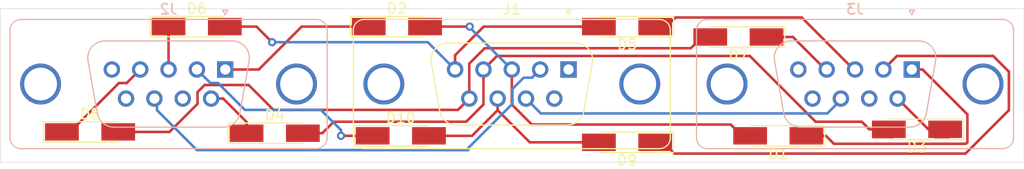
<source format=kicad_pcb>
(kicad_pcb (version 20171130) (host pcbnew "(5.1.2)-2")

  (general
    (thickness 1.6)
    (drawings 4)
    (tracks 117)
    (zones 0)
    (modules 13)
    (nets 29)
  )

  (page A4)
  (layers
    (0 F.Cu signal)
    (31 B.Cu signal)
    (32 B.Adhes user)
    (33 F.Adhes user)
    (34 B.Paste user)
    (35 F.Paste user)
    (36 B.SilkS user)
    (37 F.SilkS user)
    (38 B.Mask user)
    (39 F.Mask user)
    (40 Dwgs.User user)
    (41 Cmts.User user)
    (42 Eco1.User user)
    (43 Eco2.User user)
    (44 Edge.Cuts user)
    (45 Margin user)
    (46 B.CrtYd user)
    (47 F.CrtYd user)
    (48 B.Fab user)
    (49 F.Fab user)
  )

  (setup
    (last_trace_width 0.25)
    (trace_clearance 0.4)
    (zone_clearance 0.508)
    (zone_45_only no)
    (trace_min 0.2)
    (via_size 0.8)
    (via_drill 0.4)
    (via_min_size 0.4)
    (via_min_drill 0.3)
    (uvia_size 0.3)
    (uvia_drill 0.1)
    (uvias_allowed no)
    (uvia_min_size 0.2)
    (uvia_min_drill 0.1)
    (edge_width 0.05)
    (segment_width 0.2)
    (pcb_text_width 0.3)
    (pcb_text_size 1.5 1.5)
    (mod_edge_width 0.12)
    (mod_text_size 1 1)
    (mod_text_width 0.15)
    (pad_size 4 4)
    (pad_drill 3.2)
    (pad_to_mask_clearance 0.051)
    (solder_mask_min_width 0.25)
    (aux_axis_origin 0 0)
    (grid_origin 80 85)
    (visible_elements FFFFFF7F)
    (pcbplotparams
      (layerselection 0x010f0_ffffffff)
      (usegerberextensions true)
      (usegerberattributes false)
      (usegerberadvancedattributes false)
      (creategerberjobfile false)
      (excludeedgelayer true)
      (linewidth 0.100000)
      (plotframeref false)
      (viasonmask false)
      (mode 1)
      (useauxorigin true)
      (hpglpennumber 1)
      (hpglpenspeed 20)
      (hpglpendiameter 15.000000)
      (psnegative false)
      (psa4output false)
      (plotreference false)
      (plotvalue false)
      (plotinvisibletext false)
      (padsonsilk false)
      (subtractmaskfromsilk false)
      (outputformat 1)
      (mirror false)
      (drillshape 0)
      (scaleselection 1)
      (outputdirectory "gerbers"))
  )

  (net 0 "")
  (net 1 "Net-(J1-Pad1)")
  (net 2 "Net-(J1-Pad2)")
  (net 3 "Net-(J1-Pad6)")
  (net 4 "Net-(J1-Pad7)")
  (net 5 "Net-(J1-Pad0)")
  (net 6 "Net-(J2-Pad0)")
  (net 7 "Net-(J2-Pad9)")
  (net 8 "Net-(J2-Pad7)")
  (net 9 "Net-(J2-Pad5)")
  (net 10 "Net-(J3-Pad5)")
  (net 11 "Net-(J3-Pad7)")
  (net 12 "Net-(J3-Pad9)")
  (net 13 "Net-(J3-Pad0)")
  (net 14 "Net-(D1-Pad2)")
  (net 15 "Net-(D1-Pad1)")
  (net 16 "Net-(D2-Pad1)")
  (net 17 "Net-(D3-Pad1)")
  (net 18 "Net-(D3-Pad2)")
  (net 19 "Net-(D4-Pad1)")
  (net 20 "Net-(D5-Pad2)")
  (net 21 "Net-(D5-Pad1)")
  (net 22 "Net-(D6-Pad1)")
  (net 23 "Net-(D7-Pad1)")
  (net 24 "Net-(D7-Pad2)")
  (net 25 "Net-(D8-Pad1)")
  (net 26 "Net-(D10-Pad2)")
  (net 27 "Net-(D9-Pad1)")
  (net 28 "Net-(D10-Pad1)")

  (net_class Default "This is the default net class."
    (clearance 0.4)
    (trace_width 0.25)
    (via_dia 0.8)
    (via_drill 0.4)
    (uvia_dia 0.3)
    (uvia_drill 0.1)
    (add_net "Net-(D1-Pad1)")
    (add_net "Net-(D1-Pad2)")
    (add_net "Net-(D10-Pad1)")
    (add_net "Net-(D10-Pad2)")
    (add_net "Net-(D2-Pad1)")
    (add_net "Net-(D3-Pad1)")
    (add_net "Net-(D3-Pad2)")
    (add_net "Net-(D4-Pad1)")
    (add_net "Net-(D5-Pad1)")
    (add_net "Net-(D5-Pad2)")
    (add_net "Net-(D6-Pad1)")
    (add_net "Net-(D7-Pad1)")
    (add_net "Net-(D7-Pad2)")
    (add_net "Net-(D8-Pad1)")
    (add_net "Net-(D9-Pad1)")
    (add_net "Net-(J1-Pad0)")
    (add_net "Net-(J1-Pad1)")
    (add_net "Net-(J1-Pad2)")
    (add_net "Net-(J1-Pad6)")
    (add_net "Net-(J1-Pad7)")
    (add_net "Net-(J2-Pad0)")
    (add_net "Net-(J2-Pad5)")
    (add_net "Net-(J2-Pad7)")
    (add_net "Net-(J2-Pad9)")
    (add_net "Net-(J3-Pad0)")
    (add_net "Net-(J3-Pad5)")
    (add_net "Net-(J3-Pad7)")
    (add_net "Net-(J3-Pad9)")
  )

  (module Connector_Dsub:DSUB-9_Female_Vertical_P2.77x2.84mm_MountingHoles (layer F.Cu) (tedit 5DDE1581) (tstamp 5DDCB132)
    (at 135.509 75.946)
    (descr "9-pin D-Sub connector, straight/vertical, THT-mount, female, pitch 2.77x2.84mm, distance of mounting holes 25mm, see https://disti-assets.s3.amazonaws.com/tonar/files/datasheets/16730.pdf")
    (tags "9-pin D-Sub connector straight vertical THT female pitch 2.77x2.84mm mounting holes distance 25mm")
    (path /5DDCAAA4)
    (fp_text reference J1 (at -5.54 -5.89) (layer F.SilkS)
      (effects (font (size 1 1) (thickness 0.15)))
    )
    (fp_text value DB9_Female_MountingHoles (at -5.54 8.73) (layer F.Fab)
      (effects (font (size 1 1) (thickness 0.15)))
    )
    (fp_arc (start -19.965 -3.83) (end -20.965 -3.83) (angle 90) (layer F.Fab) (width 0.1))
    (fp_arc (start 8.885 -3.83) (end 8.885 -4.83) (angle 90) (layer F.Fab) (width 0.1))
    (fp_arc (start -19.965 6.67) (end -20.965 6.67) (angle -90) (layer F.Fab) (width 0.1))
    (fp_arc (start 8.885 6.67) (end 9.885 6.67) (angle 90) (layer F.Fab) (width 0.1))
    (fp_arc (start -19.965 -3.83) (end -21.025 -3.83) (angle 90) (layer F.SilkS) (width 0.12))
    (fp_arc (start 8.885 -3.83) (end 8.885 -4.89) (angle 90) (layer F.SilkS) (width 0.12))
    (fp_arc (start -19.965 6.67) (end -21.025 6.67) (angle -90) (layer F.SilkS) (width 0.12))
    (fp_arc (start 8.885 6.67) (end 9.945 6.67) (angle 90) (layer F.SilkS) (width 0.12))
    (fp_arc (start -11.783194 -0.93) (end -11.783194 -2.53) (angle -100) (layer F.Fab) (width 0.1))
    (fp_arc (start 0.703194 -0.93) (end 0.703194 -2.53) (angle 100) (layer F.Fab) (width 0.1))
    (fp_arc (start -10.954457 3.77) (end -10.954457 5.37) (angle 80) (layer F.Fab) (width 0.1))
    (fp_arc (start -0.125543 3.77) (end -0.125543 5.37) (angle -80) (layer F.Fab) (width 0.1))
    (fp_arc (start -11.771689 -0.93) (end -11.771689 -2.59) (angle -100) (layer F.SilkS) (width 0.12))
    (fp_arc (start 0.691689 -0.93) (end 0.691689 -2.59) (angle 100) (layer F.SilkS) (width 0.12))
    (fp_arc (start -10.942952 3.77) (end -10.942952 5.43) (angle 80) (layer F.SilkS) (width 0.12))
    (fp_arc (start -0.137048 3.77) (end -0.137048 5.43) (angle -80) (layer F.SilkS) (width 0.12))
    (fp_line (start -19.965 -4.83) (end 8.885 -4.83) (layer F.Fab) (width 0.1))
    (fp_line (start 9.885 -3.83) (end 9.885 6.67) (layer F.Fab) (width 0.1))
    (fp_line (start 8.885 7.67) (end -19.965 7.67) (layer F.Fab) (width 0.1))
    (fp_line (start -20.965 6.67) (end -20.965 -3.83) (layer F.Fab) (width 0.1))
    (fp_line (start -19.965 -4.89) (end 8.885 -4.89) (layer F.SilkS) (width 0.12))
    (fp_line (start 9.945 -3.83) (end 9.945 6.67) (layer F.SilkS) (width 0.12))
    (fp_line (start 8.885 7.73) (end -19.965 7.73) (layer F.SilkS) (width 0.12))
    (fp_line (start -21.025 6.67) (end -21.025 -3.83) (layer F.SilkS) (width 0.12))
    (fp_line (start -0.25 -5.784338) (end 0.25 -5.784338) (layer F.SilkS) (width 0.12))
    (fp_line (start 0.25 -5.784338) (end 0 -5.351325) (layer F.SilkS) (width 0.12))
    (fp_line (start 0 -5.351325) (end -0.25 -5.784338) (layer F.SilkS) (width 0.12))
    (fp_line (start -11.783194 -2.53) (end 0.703194 -2.53) (layer F.Fab) (width 0.1))
    (fp_line (start -10.954457 5.37) (end -0.125543 5.37) (layer F.Fab) (width 0.1))
    (fp_line (start 2.278887 -0.652163) (end 1.45015 4.047837) (layer F.Fab) (width 0.1))
    (fp_line (start -13.358887 -0.652163) (end -12.53015 4.047837) (layer F.Fab) (width 0.1))
    (fp_line (start -11.771689 -2.59) (end 0.691689 -2.59) (layer F.SilkS) (width 0.12))
    (fp_line (start -10.942952 5.43) (end -0.137048 5.43) (layer F.SilkS) (width 0.12))
    (fp_line (start 2.32647 -0.641744) (end 1.497733 4.058256) (layer F.SilkS) (width 0.12))
    (fp_line (start -13.40647 -0.641744) (end -12.577733 4.058256) (layer F.SilkS) (width 0.12))
    (fp_line (start -21.5 -5.35) (end -21.5 8.2) (layer F.CrtYd) (width 0.05))
    (fp_line (start -21.5 8.2) (end 10.4 8.2) (layer F.CrtYd) (width 0.05))
    (fp_line (start 10.4 8.2) (end 10.4 -5.35) (layer F.CrtYd) (width 0.05))
    (fp_line (start 10.4 -5.35) (end -21.5 -5.35) (layer F.CrtYd) (width 0.05))
    (fp_text user %R (at -5.54 1.42) (layer F.Fab)
      (effects (font (size 1 1) (thickness 0.15)))
    )
    (pad 1 thru_hole rect (at 0 0) (size 1.6 1.6) (drill 1) (layers *.Cu *.Mask)
      (net 1 "Net-(J1-Pad1)"))
    (pad 2 thru_hole circle (at -2.77 0) (size 1.6 1.6) (drill 1) (layers *.Cu *.Mask)
      (net 2 "Net-(J1-Pad2)"))
    (pad 3 thru_hole circle (at -5.54 0) (size 1.6 1.6) (drill 1) (layers *.Cu *.Mask)
      (net 14 "Net-(D1-Pad2)"))
    (pad 4 thru_hole circle (at -8.31 0) (size 1.6 1.6) (drill 1) (layers *.Cu *.Mask)
      (net 18 "Net-(D3-Pad2)"))
    (pad 5 thru_hole circle (at -11.08 0) (size 1.6 1.6) (drill 1) (layers *.Cu *.Mask)
      (net 20 "Net-(D5-Pad2)"))
    (pad 6 thru_hole circle (at -1.385 2.84) (size 1.6 1.6) (drill 1) (layers *.Cu *.Mask)
      (net 3 "Net-(J1-Pad6)"))
    (pad 7 thru_hole circle (at -4.155 2.84) (size 1.6 1.6) (drill 1) (layers *.Cu *.Mask)
      (net 4 "Net-(J1-Pad7)"))
    (pad 8 thru_hole circle (at -6.925 2.84) (size 1.6 1.6) (drill 1) (layers *.Cu *.Mask)
      (net 26 "Net-(D10-Pad2)"))
    (pad 9 thru_hole circle (at -9.695 2.84) (size 1.6 1.6) (drill 1) (layers *.Cu *.Mask)
      (net 24 "Net-(D7-Pad2)"))
    (pad 0 thru_hole circle (at -18.04 1.42) (size 4 4) (drill 3.2) (layers *.Cu *.Mask)
      (net 5 "Net-(J1-Pad0)"))
    (pad 0 thru_hole circle (at 6.96 1.42) (size 4 4) (drill 3.2) (layers *.Cu *.Mask)
      (net 5 "Net-(J1-Pad0)"))
    (model ${KISYS3DMOD}/Connector_Dsub.3dshapes/DSUB-9_Female_Vertical_P2.77x2.84mm_MountingHoles.wrl
      (at (xyz 0 0 0))
      (scale (xyz 1 1 1))
      (rotate (xyz 0 0 0))
    )
  )

  (module Connector_Dsub:DSUB-9_Male_Vertical_P2.77x2.84mm_MountingHoles (layer B.Cu) (tedit 59FEDEE2) (tstamp 5DDCB169)
    (at 101.981 75.946 180)
    (descr "9-pin D-Sub connector, straight/vertical, THT-mount, male, pitch 2.77x2.84mm, distance of mounting holes 25mm, see https://disti-assets.s3.amazonaws.com/tonar/files/datasheets/16730.pdf")
    (tags "9-pin D-Sub connector straight vertical THT male pitch 2.77x2.84mm mounting holes distance 25mm")
    (path /5DDD5730)
    (fp_text reference J2 (at 5.54 5.89) (layer B.SilkS)
      (effects (font (size 1 1) (thickness 0.15)) (justify mirror))
    )
    (fp_text value DB9_Male_MountingHoles (at 5.54 -8.73) (layer B.Fab)
      (effects (font (size 1 1) (thickness 0.15)) (justify mirror))
    )
    (fp_text user %R (at 5.54 -1.42) (layer B.Fab)
      (effects (font (size 1 1) (thickness 0.15)) (justify mirror))
    )
    (fp_line (start 21.5 5.35) (end -10.4 5.35) (layer B.CrtYd) (width 0.05))
    (fp_line (start 21.5 -8.2) (end 21.5 5.35) (layer B.CrtYd) (width 0.05))
    (fp_line (start -10.4 -8.2) (end 21.5 -8.2) (layer B.CrtYd) (width 0.05))
    (fp_line (start -10.4 5.35) (end -10.4 -8.2) (layer B.CrtYd) (width 0.05))
    (fp_line (start -2.32647 0.841744) (end -1.427202 -4.258256) (layer B.SilkS) (width 0.12))
    (fp_line (start 13.40647 0.841744) (end 12.507202 -4.258256) (layer B.SilkS) (width 0.12))
    (fp_line (start 0.207579 -5.63) (end 10.872421 -5.63) (layer B.SilkS) (width 0.12))
    (fp_line (start -0.691689 2.79) (end 11.771689 2.79) (layer B.SilkS) (width 0.12))
    (fp_line (start -2.278887 0.852163) (end -1.379619 -4.247837) (layer B.Fab) (width 0.1))
    (fp_line (start 13.358887 0.852163) (end 12.459619 -4.247837) (layer B.Fab) (width 0.1))
    (fp_line (start 0.196073 -5.57) (end 10.883927 -5.57) (layer B.Fab) (width 0.1))
    (fp_line (start -0.703194 2.73) (end 11.783194 2.73) (layer B.Fab) (width 0.1))
    (fp_line (start 0 5.351325) (end -0.25 5.784338) (layer B.SilkS) (width 0.12))
    (fp_line (start 0.25 5.784338) (end 0 5.351325) (layer B.SilkS) (width 0.12))
    (fp_line (start -0.25 5.784338) (end 0.25 5.784338) (layer B.SilkS) (width 0.12))
    (fp_line (start -9.945 -6.67) (end -9.945 3.83) (layer B.SilkS) (width 0.12))
    (fp_line (start 19.965 -7.73) (end -8.885 -7.73) (layer B.SilkS) (width 0.12))
    (fp_line (start 21.025 3.83) (end 21.025 -6.67) (layer B.SilkS) (width 0.12))
    (fp_line (start -8.885 4.89) (end 19.965 4.89) (layer B.SilkS) (width 0.12))
    (fp_line (start -9.885 -6.67) (end -9.885 3.83) (layer B.Fab) (width 0.1))
    (fp_line (start 19.965 -7.67) (end -8.885 -7.67) (layer B.Fab) (width 0.1))
    (fp_line (start 20.965 3.83) (end 20.965 -6.67) (layer B.Fab) (width 0.1))
    (fp_line (start -8.885 4.83) (end 19.965 4.83) (layer B.Fab) (width 0.1))
    (fp_arc (start 10.872421 -3.97) (end 10.872421 -5.63) (angle 80) (layer B.SilkS) (width 0.12))
    (fp_arc (start 0.207579 -3.97) (end 0.207579 -5.63) (angle -80) (layer B.SilkS) (width 0.12))
    (fp_arc (start 11.771689 1.13) (end 11.771689 2.79) (angle -100) (layer B.SilkS) (width 0.12))
    (fp_arc (start -0.691689 1.13) (end -0.691689 2.79) (angle 100) (layer B.SilkS) (width 0.12))
    (fp_arc (start 10.883927 -3.97) (end 10.883927 -5.57) (angle 80) (layer B.Fab) (width 0.1))
    (fp_arc (start 0.196073 -3.97) (end 0.196073 -5.57) (angle -80) (layer B.Fab) (width 0.1))
    (fp_arc (start 11.783194 1.13) (end 11.783194 2.73) (angle -100) (layer B.Fab) (width 0.1))
    (fp_arc (start -0.703194 1.13) (end -0.703194 2.73) (angle 100) (layer B.Fab) (width 0.1))
    (fp_arc (start 19.965 -6.67) (end 21.025 -6.67) (angle -90) (layer B.SilkS) (width 0.12))
    (fp_arc (start -8.885 -6.67) (end -9.945 -6.67) (angle 90) (layer B.SilkS) (width 0.12))
    (fp_arc (start 19.965 3.83) (end 19.965 4.89) (angle -90) (layer B.SilkS) (width 0.12))
    (fp_arc (start -8.885 3.83) (end -9.945 3.83) (angle -90) (layer B.SilkS) (width 0.12))
    (fp_arc (start 19.965 -6.67) (end 20.965 -6.67) (angle -90) (layer B.Fab) (width 0.1))
    (fp_arc (start -8.885 -6.67) (end -9.885 -6.67) (angle 90) (layer B.Fab) (width 0.1))
    (fp_arc (start 19.965 3.83) (end 19.965 4.83) (angle -90) (layer B.Fab) (width 0.1))
    (fp_arc (start -8.885 3.83) (end -9.885 3.83) (angle -90) (layer B.Fab) (width 0.1))
    (pad 0 thru_hole circle (at 18.04 -1.42 180) (size 4 4) (drill 3.2) (layers *.Cu *.Mask)
      (net 6 "Net-(J2-Pad0)"))
    (pad 0 thru_hole circle (at -6.96 -1.42 180) (size 4 4) (drill 3.2) (layers *.Cu *.Mask)
      (net 6 "Net-(J2-Pad0)"))
    (pad 9 thru_hole circle (at 9.695 -2.84 180) (size 1.6 1.6) (drill 1) (layers *.Cu *.Mask)
      (net 7 "Net-(J2-Pad9)"))
    (pad 8 thru_hole circle (at 6.925 -2.84 180) (size 1.6 1.6) (drill 1) (layers *.Cu *.Mask)
      (net 2 "Net-(J1-Pad2)"))
    (pad 7 thru_hole circle (at 4.155 -2.84 180) (size 1.6 1.6) (drill 1) (layers *.Cu *.Mask)
      (net 8 "Net-(J2-Pad7)"))
    (pad 6 thru_hole circle (at 1.385 -2.84 180) (size 1.6 1.6) (drill 1) (layers *.Cu *.Mask)
      (net 19 "Net-(D4-Pad1)"))
    (pad 5 thru_hole circle (at 11.08 0 180) (size 1.6 1.6) (drill 1) (layers *.Cu *.Mask)
      (net 9 "Net-(J2-Pad5)"))
    (pad 4 thru_hole circle (at 8.31 0 180) (size 1.6 1.6) (drill 1) (layers *.Cu *.Mask)
      (net 25 "Net-(D8-Pad1)"))
    (pad 3 thru_hole circle (at 5.54 0 180) (size 1.6 1.6) (drill 1) (layers *.Cu *.Mask)
      (net 22 "Net-(D6-Pad1)"))
    (pad 2 thru_hole circle (at 2.77 0 180) (size 1.6 1.6) (drill 1) (layers *.Cu *.Mask)
      (net 28 "Net-(D10-Pad1)"))
    (pad 1 thru_hole rect (at 0 0 180) (size 1.6 1.6) (drill 1) (layers *.Cu *.Mask)
      (net 16 "Net-(D2-Pad1)"))
    (model ${KISYS3DMOD}/Connector_Dsub.3dshapes/DSUB-9_Male_Vertical_P2.77x2.84mm_MountingHoles.wrl
      (at (xyz 0 0 0))
      (scale (xyz 1 1 1))
      (rotate (xyz 0 0 0))
    )
  )

  (module Connector_Dsub:DSUB-9_Male_Vertical_P2.77x2.84mm_MountingHoles (layer B.Cu) (tedit 59FEDEE2) (tstamp 5DDF581B)
    (at 169.037 75.946 180)
    (descr "9-pin D-Sub connector, straight/vertical, THT-mount, male, pitch 2.77x2.84mm, distance of mounting holes 25mm, see https://disti-assets.s3.amazonaws.com/tonar/files/datasheets/16730.pdf")
    (tags "9-pin D-Sub connector straight vertical THT male pitch 2.77x2.84mm mounting holes distance 25mm")
    (path /5DDCEF10)
    (fp_text reference J3 (at 5.54 5.89) (layer B.SilkS)
      (effects (font (size 1 1) (thickness 0.15)) (justify mirror))
    )
    (fp_text value DB9_Male_MountingHoles (at 5.54 -8.73) (layer B.Fab)
      (effects (font (size 1 1) (thickness 0.15)) (justify mirror))
    )
    (fp_arc (start -8.885 3.83) (end -9.885 3.83) (angle -90) (layer B.Fab) (width 0.1))
    (fp_arc (start 19.965 3.83) (end 19.965 4.83) (angle -90) (layer B.Fab) (width 0.1))
    (fp_arc (start -8.885 -6.67) (end -9.885 -6.67) (angle 90) (layer B.Fab) (width 0.1))
    (fp_arc (start 19.965 -6.67) (end 20.965 -6.67) (angle -90) (layer B.Fab) (width 0.1))
    (fp_arc (start -8.885 3.83) (end -9.945 3.83) (angle -90) (layer B.SilkS) (width 0.12))
    (fp_arc (start 19.965 3.83) (end 19.965 4.89) (angle -90) (layer B.SilkS) (width 0.12))
    (fp_arc (start -8.885 -6.67) (end -9.945 -6.67) (angle 90) (layer B.SilkS) (width 0.12))
    (fp_arc (start 19.965 -6.67) (end 21.025 -6.67) (angle -90) (layer B.SilkS) (width 0.12))
    (fp_arc (start -0.703194 1.13) (end -0.703194 2.73) (angle 100) (layer B.Fab) (width 0.1))
    (fp_arc (start 11.783194 1.13) (end 11.783194 2.73) (angle -100) (layer B.Fab) (width 0.1))
    (fp_arc (start 0.196073 -3.97) (end 0.196073 -5.57) (angle -80) (layer B.Fab) (width 0.1))
    (fp_arc (start 10.883927 -3.97) (end 10.883927 -5.57) (angle 80) (layer B.Fab) (width 0.1))
    (fp_arc (start -0.691689 1.13) (end -0.691689 2.79) (angle 100) (layer B.SilkS) (width 0.12))
    (fp_arc (start 11.771689 1.13) (end 11.771689 2.79) (angle -100) (layer B.SilkS) (width 0.12))
    (fp_arc (start 0.207579 -3.97) (end 0.207579 -5.63) (angle -80) (layer B.SilkS) (width 0.12))
    (fp_arc (start 10.872421 -3.97) (end 10.872421 -5.63) (angle 80) (layer B.SilkS) (width 0.12))
    (fp_line (start -8.885 4.83) (end 19.965 4.83) (layer B.Fab) (width 0.1))
    (fp_line (start 20.965 3.83) (end 20.965 -6.67) (layer B.Fab) (width 0.1))
    (fp_line (start 19.965 -7.67) (end -8.885 -7.67) (layer B.Fab) (width 0.1))
    (fp_line (start -9.885 -6.67) (end -9.885 3.83) (layer B.Fab) (width 0.1))
    (fp_line (start -8.885 4.89) (end 19.965 4.89) (layer B.SilkS) (width 0.12))
    (fp_line (start 21.025 3.83) (end 21.025 -6.67) (layer B.SilkS) (width 0.12))
    (fp_line (start 19.965 -7.73) (end -8.885 -7.73) (layer B.SilkS) (width 0.12))
    (fp_line (start -9.945 -6.67) (end -9.945 3.83) (layer B.SilkS) (width 0.12))
    (fp_line (start -0.25 5.784338) (end 0.25 5.784338) (layer B.SilkS) (width 0.12))
    (fp_line (start 0.25 5.784338) (end 0 5.351325) (layer B.SilkS) (width 0.12))
    (fp_line (start 0 5.351325) (end -0.25 5.784338) (layer B.SilkS) (width 0.12))
    (fp_line (start -0.703194 2.73) (end 11.783194 2.73) (layer B.Fab) (width 0.1))
    (fp_line (start 0.196073 -5.57) (end 10.883927 -5.57) (layer B.Fab) (width 0.1))
    (fp_line (start 13.358887 0.852163) (end 12.459619 -4.247837) (layer B.Fab) (width 0.1))
    (fp_line (start -2.278887 0.852163) (end -1.379619 -4.247837) (layer B.Fab) (width 0.1))
    (fp_line (start -0.691689 2.79) (end 11.771689 2.79) (layer B.SilkS) (width 0.12))
    (fp_line (start 0.207579 -5.63) (end 10.872421 -5.63) (layer B.SilkS) (width 0.12))
    (fp_line (start 13.40647 0.841744) (end 12.507202 -4.258256) (layer B.SilkS) (width 0.12))
    (fp_line (start -2.32647 0.841744) (end -1.427202 -4.258256) (layer B.SilkS) (width 0.12))
    (fp_line (start -10.4 5.35) (end -10.4 -8.2) (layer B.CrtYd) (width 0.05))
    (fp_line (start -10.4 -8.2) (end 21.5 -8.2) (layer B.CrtYd) (width 0.05))
    (fp_line (start 21.5 -8.2) (end 21.5 5.35) (layer B.CrtYd) (width 0.05))
    (fp_line (start 21.5 5.35) (end -10.4 5.35) (layer B.CrtYd) (width 0.05))
    (fp_text user %R (at 5.54 -1.42) (layer B.Fab)
      (effects (font (size 1 1) (thickness 0.15)) (justify mirror))
    )
    (pad 1 thru_hole rect (at 0 0 180) (size 1.6 1.6) (drill 1) (layers *.Cu *.Mask)
      (net 15 "Net-(D1-Pad1)"))
    (pad 2 thru_hole circle (at 2.77 0 180) (size 1.6 1.6) (drill 1) (layers *.Cu *.Mask)
      (net 27 "Net-(D9-Pad1)"))
    (pad 3 thru_hole circle (at 5.54 0 180) (size 1.6 1.6) (drill 1) (layers *.Cu *.Mask)
      (net 21 "Net-(D5-Pad1)"))
    (pad 4 thru_hole circle (at 8.31 0 180) (size 1.6 1.6) (drill 1) (layers *.Cu *.Mask)
      (net 23 "Net-(D7-Pad1)"))
    (pad 5 thru_hole circle (at 11.08 0 180) (size 1.6 1.6) (drill 1) (layers *.Cu *.Mask)
      (net 10 "Net-(J3-Pad5)"))
    (pad 6 thru_hole circle (at 1.385 -2.84 180) (size 1.6 1.6) (drill 1) (layers *.Cu *.Mask)
      (net 17 "Net-(D3-Pad1)"))
    (pad 7 thru_hole circle (at 4.155 -2.84 180) (size 1.6 1.6) (drill 1) (layers *.Cu *.Mask)
      (net 11 "Net-(J3-Pad7)"))
    (pad 8 thru_hole circle (at 6.925 -2.84 180) (size 1.6 1.6) (drill 1) (layers *.Cu *.Mask)
      (net 4 "Net-(J1-Pad7)"))
    (pad 9 thru_hole circle (at 9.695 -2.84 180) (size 1.6 1.6) (drill 1) (layers *.Cu *.Mask)
      (net 12 "Net-(J3-Pad9)"))
    (pad 0 thru_hole circle (at -6.96 -1.42 180) (size 4 4) (drill 3.2) (layers *.Cu *.Mask)
      (net 13 "Net-(J3-Pad0)"))
    (pad 0 thru_hole circle (at 18.04 -1.42 180) (size 4 4) (drill 3.2) (layers *.Cu *.Mask)
      (net 13 "Net-(J3-Pad0)"))
    (model ${KISYS3DMOD}/Connector_Dsub.3dshapes/DSUB-9_Male_Vertical_P2.77x2.84mm_MountingHoles.wrl
      (at (xyz 0 0 0))
      (scale (xyz 1 1 1))
      (rotate (xyz 0 0 0))
    )
  )

  (module Diodes_SMD:D_MiniMELF_Handsoldering (layer F.Cu) (tedit 5905D919) (tstamp 5DDE1BEC)
    (at 156 82.423 180)
    (descr "Diode Mini-MELF Handsoldering")
    (tags "Diode Mini-MELF Handsoldering")
    (path /5DDE1CAA)
    (attr smd)
    (fp_text reference D1 (at 0 -1.75) (layer F.SilkS)
      (effects (font (size 1 1) (thickness 0.15)))
    )
    (fp_text value D_Small (at 0 1.75) (layer F.Fab)
      (effects (font (size 1 1) (thickness 0.15)))
    )
    (fp_line (start -4.65 1.1) (end -4.65 -1.1) (layer F.CrtYd) (width 0.05))
    (fp_line (start 4.65 1.1) (end -4.65 1.1) (layer F.CrtYd) (width 0.05))
    (fp_line (start 4.65 -1.1) (end 4.65 1.1) (layer F.CrtYd) (width 0.05))
    (fp_line (start -4.65 -1.1) (end 4.65 -1.1) (layer F.CrtYd) (width 0.05))
    (fp_line (start -0.75 0) (end -0.35 0) (layer F.Fab) (width 0.1))
    (fp_line (start -0.35 0) (end -0.35 -0.55) (layer F.Fab) (width 0.1))
    (fp_line (start -0.35 0) (end -0.35 0.55) (layer F.Fab) (width 0.1))
    (fp_line (start -0.35 0) (end 0.25 -0.4) (layer F.Fab) (width 0.1))
    (fp_line (start 0.25 -0.4) (end 0.25 0.4) (layer F.Fab) (width 0.1))
    (fp_line (start 0.25 0.4) (end -0.35 0) (layer F.Fab) (width 0.1))
    (fp_line (start 0.25 0) (end 0.75 0) (layer F.Fab) (width 0.1))
    (fp_line (start -1.65 -0.8) (end 1.65 -0.8) (layer F.Fab) (width 0.1))
    (fp_line (start -1.65 0.8) (end -1.65 -0.8) (layer F.Fab) (width 0.1))
    (fp_line (start 1.65 0.8) (end -1.65 0.8) (layer F.Fab) (width 0.1))
    (fp_line (start 1.65 -0.8) (end 1.65 0.8) (layer F.Fab) (width 0.1))
    (fp_line (start -4.55 1) (end 2.75 1) (layer F.SilkS) (width 0.12))
    (fp_line (start -4.55 -1) (end -4.55 1) (layer F.SilkS) (width 0.12))
    (fp_line (start 2.75 -1) (end -4.55 -1) (layer F.SilkS) (width 0.12))
    (fp_text user %R (at 0 -1.75) (layer F.Fab)
      (effects (font (size 1 1) (thickness 0.15)))
    )
    (pad 2 smd rect (at 2.75 0 180) (size 3.3 1.7) (layers F.Cu F.Paste F.Mask)
      (net 14 "Net-(D1-Pad2)"))
    (pad 1 smd rect (at -2.75 0 180) (size 3.3 1.7) (layers F.Cu F.Paste F.Mask)
      (net 15 "Net-(D1-Pad1)"))
    (model ${KISYS3DMOD}/Diodes_SMD.3dshapes/D_MiniMELF.wrl
      (at (xyz 0 0 0))
      (scale (xyz 1 1 1))
      (rotate (xyz 0 0 0))
    )
  )

  (module Diodes_SMD:D_MiniMELF_Handsoldering (layer F.Cu) (tedit 5905D919) (tstamp 5DDE0681)
    (at 118.745 71.755)
    (descr "Diode Mini-MELF Handsoldering")
    (tags "Diode Mini-MELF Handsoldering")
    (path /5DDE8BE0)
    (attr smd)
    (fp_text reference D2 (at 0 -1.75) (layer F.SilkS)
      (effects (font (size 1 1) (thickness 0.15)))
    )
    (fp_text value D_Small (at 0 1.75) (layer F.Fab)
      (effects (font (size 1 1) (thickness 0.15)))
    )
    (fp_text user %R (at 0 -1.75) (layer F.Fab)
      (effects (font (size 1 1) (thickness 0.15)))
    )
    (fp_line (start 2.75 -1) (end -4.55 -1) (layer F.SilkS) (width 0.12))
    (fp_line (start -4.55 -1) (end -4.55 1) (layer F.SilkS) (width 0.12))
    (fp_line (start -4.55 1) (end 2.75 1) (layer F.SilkS) (width 0.12))
    (fp_line (start 1.65 -0.8) (end 1.65 0.8) (layer F.Fab) (width 0.1))
    (fp_line (start 1.65 0.8) (end -1.65 0.8) (layer F.Fab) (width 0.1))
    (fp_line (start -1.65 0.8) (end -1.65 -0.8) (layer F.Fab) (width 0.1))
    (fp_line (start -1.65 -0.8) (end 1.65 -0.8) (layer F.Fab) (width 0.1))
    (fp_line (start 0.25 0) (end 0.75 0) (layer F.Fab) (width 0.1))
    (fp_line (start 0.25 0.4) (end -0.35 0) (layer F.Fab) (width 0.1))
    (fp_line (start 0.25 -0.4) (end 0.25 0.4) (layer F.Fab) (width 0.1))
    (fp_line (start -0.35 0) (end 0.25 -0.4) (layer F.Fab) (width 0.1))
    (fp_line (start -0.35 0) (end -0.35 0.55) (layer F.Fab) (width 0.1))
    (fp_line (start -0.35 0) (end -0.35 -0.55) (layer F.Fab) (width 0.1))
    (fp_line (start -0.75 0) (end -0.35 0) (layer F.Fab) (width 0.1))
    (fp_line (start -4.65 -1.1) (end 4.65 -1.1) (layer F.CrtYd) (width 0.05))
    (fp_line (start 4.65 -1.1) (end 4.65 1.1) (layer F.CrtYd) (width 0.05))
    (fp_line (start 4.65 1.1) (end -4.65 1.1) (layer F.CrtYd) (width 0.05))
    (fp_line (start -4.65 1.1) (end -4.65 -1.1) (layer F.CrtYd) (width 0.05))
    (pad 1 smd rect (at -2.75 0) (size 3.3 1.7) (layers F.Cu F.Paste F.Mask)
      (net 16 "Net-(D2-Pad1)"))
    (pad 2 smd rect (at 2.75 0) (size 3.3 1.7) (layers F.Cu F.Paste F.Mask)
      (net 14 "Net-(D1-Pad2)"))
    (model ${KISYS3DMOD}/Diodes_SMD.3dshapes/D_MiniMELF.wrl
      (at (xyz 0 0 0))
      (scale (xyz 1 1 1))
      (rotate (xyz 0 0 0))
    )
  )

  (module Diodes_SMD:D_MiniMELF_Handsoldering (layer F.Cu) (tedit 5905D919) (tstamp 5DDE1BA4)
    (at 169.545 81.788 180)
    (descr "Diode Mini-MELF Handsoldering")
    (tags "Diode Mini-MELF Handsoldering")
    (path /5DDE1067)
    (attr smd)
    (fp_text reference D3 (at 0 -1.75) (layer F.SilkS)
      (effects (font (size 1 1) (thickness 0.15)))
    )
    (fp_text value D_Small (at 0 1.75) (layer F.Fab)
      (effects (font (size 1 1) (thickness 0.15)))
    )
    (fp_text user %R (at 0 -1.75) (layer F.Fab)
      (effects (font (size 1 1) (thickness 0.15)))
    )
    (fp_line (start 2.75 -1) (end -4.55 -1) (layer F.SilkS) (width 0.12))
    (fp_line (start -4.55 -1) (end -4.55 1) (layer F.SilkS) (width 0.12))
    (fp_line (start -4.55 1) (end 2.75 1) (layer F.SilkS) (width 0.12))
    (fp_line (start 1.65 -0.8) (end 1.65 0.8) (layer F.Fab) (width 0.1))
    (fp_line (start 1.65 0.8) (end -1.65 0.8) (layer F.Fab) (width 0.1))
    (fp_line (start -1.65 0.8) (end -1.65 -0.8) (layer F.Fab) (width 0.1))
    (fp_line (start -1.65 -0.8) (end 1.65 -0.8) (layer F.Fab) (width 0.1))
    (fp_line (start 0.25 0) (end 0.75 0) (layer F.Fab) (width 0.1))
    (fp_line (start 0.25 0.4) (end -0.35 0) (layer F.Fab) (width 0.1))
    (fp_line (start 0.25 -0.4) (end 0.25 0.4) (layer F.Fab) (width 0.1))
    (fp_line (start -0.35 0) (end 0.25 -0.4) (layer F.Fab) (width 0.1))
    (fp_line (start -0.35 0) (end -0.35 0.55) (layer F.Fab) (width 0.1))
    (fp_line (start -0.35 0) (end -0.35 -0.55) (layer F.Fab) (width 0.1))
    (fp_line (start -0.75 0) (end -0.35 0) (layer F.Fab) (width 0.1))
    (fp_line (start -4.65 -1.1) (end 4.65 -1.1) (layer F.CrtYd) (width 0.05))
    (fp_line (start 4.65 -1.1) (end 4.65 1.1) (layer F.CrtYd) (width 0.05))
    (fp_line (start 4.65 1.1) (end -4.65 1.1) (layer F.CrtYd) (width 0.05))
    (fp_line (start -4.65 1.1) (end -4.65 -1.1) (layer F.CrtYd) (width 0.05))
    (pad 1 smd rect (at -2.75 0 180) (size 3.3 1.7) (layers F.Cu F.Paste F.Mask)
      (net 17 "Net-(D3-Pad1)"))
    (pad 2 smd rect (at 2.75 0 180) (size 3.3 1.7) (layers F.Cu F.Paste F.Mask)
      (net 18 "Net-(D3-Pad2)"))
    (model ${KISYS3DMOD}/Diodes_SMD.3dshapes/D_MiniMELF.wrl
      (at (xyz 0 0 0))
      (scale (xyz 1 1 1))
      (rotate (xyz 0 0 0))
    )
  )

  (module Diodes_SMD:D_MiniMELF_Handsoldering (layer F.Cu) (tedit 5905D919) (tstamp 5DDE0D5E)
    (at 106.807 82.169)
    (descr "Diode Mini-MELF Handsoldering")
    (tags "Diode Mini-MELF Handsoldering")
    (path /5DDEB11C)
    (attr smd)
    (fp_text reference D4 (at 0 -1.75) (layer F.SilkS)
      (effects (font (size 1 1) (thickness 0.15)))
    )
    (fp_text value D_Small (at 0 1.75) (layer F.Fab)
      (effects (font (size 1 1) (thickness 0.15)))
    )
    (fp_text user %R (at 0 -1.75) (layer F.Fab)
      (effects (font (size 1 1) (thickness 0.15)))
    )
    (fp_line (start 2.75 -1) (end -4.55 -1) (layer F.SilkS) (width 0.12))
    (fp_line (start -4.55 -1) (end -4.55 1) (layer F.SilkS) (width 0.12))
    (fp_line (start -4.55 1) (end 2.75 1) (layer F.SilkS) (width 0.12))
    (fp_line (start 1.65 -0.8) (end 1.65 0.8) (layer F.Fab) (width 0.1))
    (fp_line (start 1.65 0.8) (end -1.65 0.8) (layer F.Fab) (width 0.1))
    (fp_line (start -1.65 0.8) (end -1.65 -0.8) (layer F.Fab) (width 0.1))
    (fp_line (start -1.65 -0.8) (end 1.65 -0.8) (layer F.Fab) (width 0.1))
    (fp_line (start 0.25 0) (end 0.75 0) (layer F.Fab) (width 0.1))
    (fp_line (start 0.25 0.4) (end -0.35 0) (layer F.Fab) (width 0.1))
    (fp_line (start 0.25 -0.4) (end 0.25 0.4) (layer F.Fab) (width 0.1))
    (fp_line (start -0.35 0) (end 0.25 -0.4) (layer F.Fab) (width 0.1))
    (fp_line (start -0.35 0) (end -0.35 0.55) (layer F.Fab) (width 0.1))
    (fp_line (start -0.35 0) (end -0.35 -0.55) (layer F.Fab) (width 0.1))
    (fp_line (start -0.75 0) (end -0.35 0) (layer F.Fab) (width 0.1))
    (fp_line (start -4.65 -1.1) (end 4.65 -1.1) (layer F.CrtYd) (width 0.05))
    (fp_line (start 4.65 -1.1) (end 4.65 1.1) (layer F.CrtYd) (width 0.05))
    (fp_line (start 4.65 1.1) (end -4.65 1.1) (layer F.CrtYd) (width 0.05))
    (fp_line (start -4.65 1.1) (end -4.65 -1.1) (layer F.CrtYd) (width 0.05))
    (pad 1 smd rect (at -2.75 0) (size 3.3 1.7) (layers F.Cu F.Paste F.Mask)
      (net 19 "Net-(D4-Pad1)"))
    (pad 2 smd rect (at 2.75 0) (size 3.3 1.7) (layers F.Cu F.Paste F.Mask)
      (net 18 "Net-(D3-Pad2)"))
    (model ${KISYS3DMOD}/Diodes_SMD.3dshapes/D_MiniMELF.wrl
      (at (xyz 0 0 0))
      (scale (xyz 1 1 1))
      (rotate (xyz 0 0 0))
    )
  )

  (module Diodes_SMD:D_MiniMELF_Handsoldering (layer F.Cu) (tedit 5905D919) (tstamp 5DDE1C7C)
    (at 141.224 71.755 180)
    (descr "Diode Mini-MELF Handsoldering")
    (tags "Diode Mini-MELF Handsoldering")
    (path /5DDE0342)
    (attr smd)
    (fp_text reference D5 (at 0 -1.75) (layer F.SilkS)
      (effects (font (size 1 1) (thickness 0.15)))
    )
    (fp_text value D_Small (at 0 1.75) (layer F.Fab)
      (effects (font (size 1 1) (thickness 0.15)))
    )
    (fp_line (start -4.65 1.1) (end -4.65 -1.1) (layer F.CrtYd) (width 0.05))
    (fp_line (start 4.65 1.1) (end -4.65 1.1) (layer F.CrtYd) (width 0.05))
    (fp_line (start 4.65 -1.1) (end 4.65 1.1) (layer F.CrtYd) (width 0.05))
    (fp_line (start -4.65 -1.1) (end 4.65 -1.1) (layer F.CrtYd) (width 0.05))
    (fp_line (start -0.75 0) (end -0.35 0) (layer F.Fab) (width 0.1))
    (fp_line (start -0.35 0) (end -0.35 -0.55) (layer F.Fab) (width 0.1))
    (fp_line (start -0.35 0) (end -0.35 0.55) (layer F.Fab) (width 0.1))
    (fp_line (start -0.35 0) (end 0.25 -0.4) (layer F.Fab) (width 0.1))
    (fp_line (start 0.25 -0.4) (end 0.25 0.4) (layer F.Fab) (width 0.1))
    (fp_line (start 0.25 0.4) (end -0.35 0) (layer F.Fab) (width 0.1))
    (fp_line (start 0.25 0) (end 0.75 0) (layer F.Fab) (width 0.1))
    (fp_line (start -1.65 -0.8) (end 1.65 -0.8) (layer F.Fab) (width 0.1))
    (fp_line (start -1.65 0.8) (end -1.65 -0.8) (layer F.Fab) (width 0.1))
    (fp_line (start 1.65 0.8) (end -1.65 0.8) (layer F.Fab) (width 0.1))
    (fp_line (start 1.65 -0.8) (end 1.65 0.8) (layer F.Fab) (width 0.1))
    (fp_line (start -4.55 1) (end 2.75 1) (layer F.SilkS) (width 0.12))
    (fp_line (start -4.55 -1) (end -4.55 1) (layer F.SilkS) (width 0.12))
    (fp_line (start 2.75 -1) (end -4.55 -1) (layer F.SilkS) (width 0.12))
    (fp_text user %R (at 0 -1.75) (layer F.Fab)
      (effects (font (size 1 1) (thickness 0.15)))
    )
    (pad 2 smd rect (at 2.75 0 180) (size 3.3 1.7) (layers F.Cu F.Paste F.Mask)
      (net 20 "Net-(D5-Pad2)"))
    (pad 1 smd rect (at -2.75 0 180) (size 3.3 1.7) (layers F.Cu F.Paste F.Mask)
      (net 21 "Net-(D5-Pad1)"))
    (model ${KISYS3DMOD}/Diodes_SMD.3dshapes/D_MiniMELF.wrl
      (at (xyz 0 0 0))
      (scale (xyz 1 1 1))
      (rotate (xyz 0 0 0))
    )
  )

  (module Diodes_SMD:D_MiniMELF_Handsoldering (layer F.Cu) (tedit 5905D919) (tstamp 5DDE06E5)
    (at 99.187 71.755)
    (descr "Diode Mini-MELF Handsoldering")
    (tags "Diode Mini-MELF Handsoldering")
    (path /5DDEA8F2)
    (attr smd)
    (fp_text reference D6 (at 0 -1.75) (layer F.SilkS)
      (effects (font (size 1 1) (thickness 0.15)))
    )
    (fp_text value D_Small (at 0 1.75) (layer F.Fab)
      (effects (font (size 1 1) (thickness 0.15)))
    )
    (fp_line (start -4.65 1.1) (end -4.65 -1.1) (layer F.CrtYd) (width 0.05))
    (fp_line (start 4.65 1.1) (end -4.65 1.1) (layer F.CrtYd) (width 0.05))
    (fp_line (start 4.65 -1.1) (end 4.65 1.1) (layer F.CrtYd) (width 0.05))
    (fp_line (start -4.65 -1.1) (end 4.65 -1.1) (layer F.CrtYd) (width 0.05))
    (fp_line (start -0.75 0) (end -0.35 0) (layer F.Fab) (width 0.1))
    (fp_line (start -0.35 0) (end -0.35 -0.55) (layer F.Fab) (width 0.1))
    (fp_line (start -0.35 0) (end -0.35 0.55) (layer F.Fab) (width 0.1))
    (fp_line (start -0.35 0) (end 0.25 -0.4) (layer F.Fab) (width 0.1))
    (fp_line (start 0.25 -0.4) (end 0.25 0.4) (layer F.Fab) (width 0.1))
    (fp_line (start 0.25 0.4) (end -0.35 0) (layer F.Fab) (width 0.1))
    (fp_line (start 0.25 0) (end 0.75 0) (layer F.Fab) (width 0.1))
    (fp_line (start -1.65 -0.8) (end 1.65 -0.8) (layer F.Fab) (width 0.1))
    (fp_line (start -1.65 0.8) (end -1.65 -0.8) (layer F.Fab) (width 0.1))
    (fp_line (start 1.65 0.8) (end -1.65 0.8) (layer F.Fab) (width 0.1))
    (fp_line (start 1.65 -0.8) (end 1.65 0.8) (layer F.Fab) (width 0.1))
    (fp_line (start -4.55 1) (end 2.75 1) (layer F.SilkS) (width 0.12))
    (fp_line (start -4.55 -1) (end -4.55 1) (layer F.SilkS) (width 0.12))
    (fp_line (start 2.75 -1) (end -4.55 -1) (layer F.SilkS) (width 0.12))
    (fp_text user %R (at 0 -1.75) (layer F.Fab)
      (effects (font (size 1 1) (thickness 0.15)))
    )
    (pad 2 smd rect (at 2.75 0) (size 3.3 1.7) (layers F.Cu F.Paste F.Mask)
      (net 20 "Net-(D5-Pad2)"))
    (pad 1 smd rect (at -2.75 0) (size 3.3 1.7) (layers F.Cu F.Paste F.Mask)
      (net 22 "Net-(D6-Pad1)"))
    (model ${KISYS3DMOD}/Diodes_SMD.3dshapes/D_MiniMELF.wrl
      (at (xyz 0 0 0))
      (scale (xyz 1 1 1))
      (rotate (xyz 0 0 0))
    )
  )

  (module Diodes_SMD:D_MiniMELF_Handsoldering (layer F.Cu) (tedit 5905D919) (tstamp 5DDE1C34)
    (at 152.102 72.771 180)
    (descr "Diode Mini-MELF Handsoldering")
    (tags "Diode Mini-MELF Handsoldering")
    (path /5DDDF66D)
    (attr smd)
    (fp_text reference D7 (at 0 -1.75) (layer F.SilkS)
      (effects (font (size 1 1) (thickness 0.15)))
    )
    (fp_text value D_Small (at 0 1.75) (layer F.Fab)
      (effects (font (size 1 1) (thickness 0.15)))
    )
    (fp_text user %R (at 0 -1.75) (layer F.Fab)
      (effects (font (size 1 1) (thickness 0.15)))
    )
    (fp_line (start 2.75 -1) (end -4.55 -1) (layer F.SilkS) (width 0.12))
    (fp_line (start -4.55 -1) (end -4.55 1) (layer F.SilkS) (width 0.12))
    (fp_line (start -4.55 1) (end 2.75 1) (layer F.SilkS) (width 0.12))
    (fp_line (start 1.65 -0.8) (end 1.65 0.8) (layer F.Fab) (width 0.1))
    (fp_line (start 1.65 0.8) (end -1.65 0.8) (layer F.Fab) (width 0.1))
    (fp_line (start -1.65 0.8) (end -1.65 -0.8) (layer F.Fab) (width 0.1))
    (fp_line (start -1.65 -0.8) (end 1.65 -0.8) (layer F.Fab) (width 0.1))
    (fp_line (start 0.25 0) (end 0.75 0) (layer F.Fab) (width 0.1))
    (fp_line (start 0.25 0.4) (end -0.35 0) (layer F.Fab) (width 0.1))
    (fp_line (start 0.25 -0.4) (end 0.25 0.4) (layer F.Fab) (width 0.1))
    (fp_line (start -0.35 0) (end 0.25 -0.4) (layer F.Fab) (width 0.1))
    (fp_line (start -0.35 0) (end -0.35 0.55) (layer F.Fab) (width 0.1))
    (fp_line (start -0.35 0) (end -0.35 -0.55) (layer F.Fab) (width 0.1))
    (fp_line (start -0.75 0) (end -0.35 0) (layer F.Fab) (width 0.1))
    (fp_line (start -4.65 -1.1) (end 4.65 -1.1) (layer F.CrtYd) (width 0.05))
    (fp_line (start 4.65 -1.1) (end 4.65 1.1) (layer F.CrtYd) (width 0.05))
    (fp_line (start 4.65 1.1) (end -4.65 1.1) (layer F.CrtYd) (width 0.05))
    (fp_line (start -4.65 1.1) (end -4.65 -1.1) (layer F.CrtYd) (width 0.05))
    (pad 1 smd rect (at -2.75 0 180) (size 3.3 1.7) (layers F.Cu F.Paste F.Mask)
      (net 23 "Net-(D7-Pad1)"))
    (pad 2 smd rect (at 2.75 0 180) (size 3.3 1.7) (layers F.Cu F.Paste F.Mask)
      (net 24 "Net-(D7-Pad2)"))
    (model ${KISYS3DMOD}/Diodes_SMD.3dshapes/D_MiniMELF.wrl
      (at (xyz 0 0 0))
      (scale (xyz 1 1 1))
      (rotate (xyz 0 0 0))
    )
  )

  (module Diodes_SMD:D_MiniMELF_Handsoldering (layer F.Cu) (tedit 5905D919) (tstamp 5DDE0717)
    (at 88.773 82.042)
    (descr "Diode Mini-MELF Handsoldering")
    (tags "Diode Mini-MELF Handsoldering")
    (path /5DDE9F15)
    (attr smd)
    (fp_text reference D8 (at 0 -1.75) (layer F.SilkS)
      (effects (font (size 1 1) (thickness 0.15)))
    )
    (fp_text value D_Small (at 0 1.75) (layer F.Fab)
      (effects (font (size 1 1) (thickness 0.15)))
    )
    (fp_text user %R (at 0 -1.75) (layer F.Fab)
      (effects (font (size 1 1) (thickness 0.15)))
    )
    (fp_line (start 2.75 -1) (end -4.55 -1) (layer F.SilkS) (width 0.12))
    (fp_line (start -4.55 -1) (end -4.55 1) (layer F.SilkS) (width 0.12))
    (fp_line (start -4.55 1) (end 2.75 1) (layer F.SilkS) (width 0.12))
    (fp_line (start 1.65 -0.8) (end 1.65 0.8) (layer F.Fab) (width 0.1))
    (fp_line (start 1.65 0.8) (end -1.65 0.8) (layer F.Fab) (width 0.1))
    (fp_line (start -1.65 0.8) (end -1.65 -0.8) (layer F.Fab) (width 0.1))
    (fp_line (start -1.65 -0.8) (end 1.65 -0.8) (layer F.Fab) (width 0.1))
    (fp_line (start 0.25 0) (end 0.75 0) (layer F.Fab) (width 0.1))
    (fp_line (start 0.25 0.4) (end -0.35 0) (layer F.Fab) (width 0.1))
    (fp_line (start 0.25 -0.4) (end 0.25 0.4) (layer F.Fab) (width 0.1))
    (fp_line (start -0.35 0) (end 0.25 -0.4) (layer F.Fab) (width 0.1))
    (fp_line (start -0.35 0) (end -0.35 0.55) (layer F.Fab) (width 0.1))
    (fp_line (start -0.35 0) (end -0.35 -0.55) (layer F.Fab) (width 0.1))
    (fp_line (start -0.75 0) (end -0.35 0) (layer F.Fab) (width 0.1))
    (fp_line (start -4.65 -1.1) (end 4.65 -1.1) (layer F.CrtYd) (width 0.05))
    (fp_line (start 4.65 -1.1) (end 4.65 1.1) (layer F.CrtYd) (width 0.05))
    (fp_line (start 4.65 1.1) (end -4.65 1.1) (layer F.CrtYd) (width 0.05))
    (fp_line (start -4.65 1.1) (end -4.65 -1.1) (layer F.CrtYd) (width 0.05))
    (pad 1 smd rect (at -2.75 0) (size 3.3 1.7) (layers F.Cu F.Paste F.Mask)
      (net 25 "Net-(D8-Pad1)"))
    (pad 2 smd rect (at 2.75 0) (size 3.3 1.7) (layers F.Cu F.Paste F.Mask)
      (net 24 "Net-(D7-Pad2)"))
    (model ${KISYS3DMOD}/Diodes_SMD.3dshapes/D_MiniMELF.wrl
      (at (xyz 0 0 0))
      (scale (xyz 1 1 1))
      (rotate (xyz 0 0 0))
    )
  )

  (module Diodes_SMD:D_MiniMELF_Handsoldering (layer F.Cu) (tedit 5905D919) (tstamp 5DDE1CC4)
    (at 141.224 83.058 180)
    (descr "Diode Mini-MELF Handsoldering")
    (tags "Diode Mini-MELF Handsoldering")
    (path /5DDDE786)
    (attr smd)
    (fp_text reference D9 (at 0 -1.75) (layer F.SilkS)
      (effects (font (size 1 1) (thickness 0.15)))
    )
    (fp_text value D_Small (at 0 1.75) (layer F.Fab)
      (effects (font (size 1 1) (thickness 0.15)))
    )
    (fp_line (start -4.65 1.1) (end -4.65 -1.1) (layer F.CrtYd) (width 0.05))
    (fp_line (start 4.65 1.1) (end -4.65 1.1) (layer F.CrtYd) (width 0.05))
    (fp_line (start 4.65 -1.1) (end 4.65 1.1) (layer F.CrtYd) (width 0.05))
    (fp_line (start -4.65 -1.1) (end 4.65 -1.1) (layer F.CrtYd) (width 0.05))
    (fp_line (start -0.75 0) (end -0.35 0) (layer F.Fab) (width 0.1))
    (fp_line (start -0.35 0) (end -0.35 -0.55) (layer F.Fab) (width 0.1))
    (fp_line (start -0.35 0) (end -0.35 0.55) (layer F.Fab) (width 0.1))
    (fp_line (start -0.35 0) (end 0.25 -0.4) (layer F.Fab) (width 0.1))
    (fp_line (start 0.25 -0.4) (end 0.25 0.4) (layer F.Fab) (width 0.1))
    (fp_line (start 0.25 0.4) (end -0.35 0) (layer F.Fab) (width 0.1))
    (fp_line (start 0.25 0) (end 0.75 0) (layer F.Fab) (width 0.1))
    (fp_line (start -1.65 -0.8) (end 1.65 -0.8) (layer F.Fab) (width 0.1))
    (fp_line (start -1.65 0.8) (end -1.65 -0.8) (layer F.Fab) (width 0.1))
    (fp_line (start 1.65 0.8) (end -1.65 0.8) (layer F.Fab) (width 0.1))
    (fp_line (start 1.65 -0.8) (end 1.65 0.8) (layer F.Fab) (width 0.1))
    (fp_line (start -4.55 1) (end 2.75 1) (layer F.SilkS) (width 0.12))
    (fp_line (start -4.55 -1) (end -4.55 1) (layer F.SilkS) (width 0.12))
    (fp_line (start 2.75 -1) (end -4.55 -1) (layer F.SilkS) (width 0.12))
    (fp_text user %R (at 0 -1.75) (layer F.Fab)
      (effects (font (size 1 1) (thickness 0.15)))
    )
    (pad 2 smd rect (at 2.75 0 180) (size 3.3 1.7) (layers F.Cu F.Paste F.Mask)
      (net 26 "Net-(D10-Pad2)"))
    (pad 1 smd rect (at -2.75 0 180) (size 3.3 1.7) (layers F.Cu F.Paste F.Mask)
      (net 27 "Net-(D9-Pad1)"))
    (model ${KISYS3DMOD}/Diodes_SMD.3dshapes/D_MiniMELF.wrl
      (at (xyz 0 0 0))
      (scale (xyz 1 1 1))
      (rotate (xyz 0 0 0))
    )
  )

  (module Diodes_SMD:D_MiniMELF_Handsoldering (layer F.Cu) (tedit 5905D919) (tstamp 5DDE0749)
    (at 119.126 82.423)
    (descr "Diode Mini-MELF Handsoldering")
    (tags "Diode Mini-MELF Handsoldering")
    (path /5DDE8E06)
    (attr smd)
    (fp_text reference D10 (at 0 -1.75) (layer F.SilkS)
      (effects (font (size 1 1) (thickness 0.15)))
    )
    (fp_text value D_Small (at 0 1.75) (layer F.Fab)
      (effects (font (size 1 1) (thickness 0.15)))
    )
    (fp_line (start -4.65 1.1) (end -4.65 -1.1) (layer F.CrtYd) (width 0.05))
    (fp_line (start 4.65 1.1) (end -4.65 1.1) (layer F.CrtYd) (width 0.05))
    (fp_line (start 4.65 -1.1) (end 4.65 1.1) (layer F.CrtYd) (width 0.05))
    (fp_line (start -4.65 -1.1) (end 4.65 -1.1) (layer F.CrtYd) (width 0.05))
    (fp_line (start -0.75 0) (end -0.35 0) (layer F.Fab) (width 0.1))
    (fp_line (start -0.35 0) (end -0.35 -0.55) (layer F.Fab) (width 0.1))
    (fp_line (start -0.35 0) (end -0.35 0.55) (layer F.Fab) (width 0.1))
    (fp_line (start -0.35 0) (end 0.25 -0.4) (layer F.Fab) (width 0.1))
    (fp_line (start 0.25 -0.4) (end 0.25 0.4) (layer F.Fab) (width 0.1))
    (fp_line (start 0.25 0.4) (end -0.35 0) (layer F.Fab) (width 0.1))
    (fp_line (start 0.25 0) (end 0.75 0) (layer F.Fab) (width 0.1))
    (fp_line (start -1.65 -0.8) (end 1.65 -0.8) (layer F.Fab) (width 0.1))
    (fp_line (start -1.65 0.8) (end -1.65 -0.8) (layer F.Fab) (width 0.1))
    (fp_line (start 1.65 0.8) (end -1.65 0.8) (layer F.Fab) (width 0.1))
    (fp_line (start 1.65 -0.8) (end 1.65 0.8) (layer F.Fab) (width 0.1))
    (fp_line (start -4.55 1) (end 2.75 1) (layer F.SilkS) (width 0.12))
    (fp_line (start -4.55 -1) (end -4.55 1) (layer F.SilkS) (width 0.12))
    (fp_line (start 2.75 -1) (end -4.55 -1) (layer F.SilkS) (width 0.12))
    (fp_text user %R (at 0 -1.75) (layer F.Fab)
      (effects (font (size 1 1) (thickness 0.15)))
    )
    (pad 2 smd rect (at 2.75 0) (size 3.3 1.7) (layers F.Cu F.Paste F.Mask)
      (net 26 "Net-(D10-Pad2)"))
    (pad 1 smd rect (at -2.75 0) (size 3.3 1.7) (layers F.Cu F.Paste F.Mask)
      (net 28 "Net-(D10-Pad1)"))
    (model ${KISYS3DMOD}/Diodes_SMD.3dshapes/D_MiniMELF.wrl
      (at (xyz 0 0 0))
      (scale (xyz 1 1 1))
      (rotate (xyz 0 0 0))
    )
  )

  (gr_line (start 80 70) (end 80 85) (layer Edge.Cuts) (width 0.05) (tstamp 5DDE15D4))
  (gr_line (start 80 85) (end 180 85) (layer Edge.Cuts) (width 0.05))
  (gr_line (start 180 70) (end 180 85) (layer Edge.Cuts) (width 0.05))
  (gr_line (start 80 70) (end 180 70) (layer Edge.Cuts) (width 0.05))

  (segment (start 95.31 79.91737) (end 99.21263 83.82) (width 0.25) (layer B.Cu) (net 2))
  (segment (start 95.31 78.786) (end 95.31 79.91737) (width 0.25) (layer B.Cu) (net 2) (status 10))
  (segment (start 131.939001 76.745999) (end 132.739 75.946) (width 0.25) (layer B.Cu) (net 2))
  (segment (start 131.130003 76.745999) (end 131.939001 76.745999) (width 0.25) (layer B.Cu) (net 2))
  (segment (start 130.028999 77.847003) (end 131.130003 76.745999) (width 0.25) (layer B.Cu) (net 2))
  (segment (start 130.028999 79.302003) (end 130.028999 77.847003) (width 0.25) (layer B.Cu) (net 2))
  (segment (start 125.511002 83.82) (end 130.028999 79.302003) (width 0.25) (layer B.Cu) (net 2))
  (segment (start 125.476 83.82) (end 125.511002 83.82) (width 0.25) (layer B.Cu) (net 2))
  (segment (start 125.476 83.82) (end 125.735 83.82) (width 0.25) (layer B.Cu) (net 2))
  (segment (start 99.21263 83.82) (end 125.476 83.82) (width 0.25) (layer B.Cu) (net 2))
  (segment (start 132.153999 79.585999) (end 131.354 78.786) (width 0.25) (layer B.Cu) (net 4))
  (segment (start 132.806001 80.238001) (end 132.153999 79.585999) (width 0.25) (layer B.Cu) (net 4))
  (segment (start 160.786999 80.238001) (end 132.806001 80.238001) (width 0.25) (layer B.Cu) (net 4))
  (segment (start 162.112 78.913) (end 160.786999 80.238001) (width 0.25) (layer B.Cu) (net 4))
  (via (at 125.857 71.755) (size 0.8) (drill 0.4) (layers F.Cu B.Cu) (net 14))
  (segment (start 129.969 75.946) (end 125.857 71.834) (width 0.25) (layer B.Cu) (net 14))
  (segment (start 125.857 71.834) (end 125.857 71.755) (width 0.25) (layer B.Cu) (net 14))
  (segment (start 125.291315 71.755) (end 121.495 71.755) (width 0.25) (layer F.Cu) (net 14))
  (segment (start 125.857 71.755) (end 125.291315 71.755) (width 0.25) (layer F.Cu) (net 14))
  (segment (start 152.45 82.423) (end 153.25 82.423) (width 0.25) (layer F.Cu) (net 14))
  (segment (start 151.35 81.323) (end 152.45 82.423) (width 0.25) (layer F.Cu) (net 14))
  (segment (start 131.929998 81.323) (end 151.35 81.323) (width 0.25) (layer F.Cu) (net 14))
  (segment (start 129.969 79.362002) (end 131.929998 81.323) (width 0.25) (layer F.Cu) (net 14))
  (segment (start 129.969 75.946) (end 129.969 79.362002) (width 0.25) (layer F.Cu) (net 14))
  (segment (start 170.087 75.946) (end 169.037 75.946) (width 0.25) (layer F.Cu) (net 15))
  (segment (start 174.470001 80.329001) (end 170.087 75.946) (width 0.25) (layer F.Cu) (net 15))
  (segment (start 174.470001 83.058001) (end 174.470001 80.329001) (width 0.25) (layer F.Cu) (net 15))
  (segment (start 174.327992 83.20001) (end 174.470001 83.058001) (width 0.25) (layer F.Cu) (net 15))
  (segment (start 161.42701 83.20001) (end 174.327992 83.20001) (width 0.25) (layer F.Cu) (net 15))
  (segment (start 160.65 82.423) (end 161.42701 83.20001) (width 0.25) (layer F.Cu) (net 15))
  (segment (start 158.75 82.423) (end 160.65 82.423) (width 0.25) (layer F.Cu) (net 15))
  (segment (start 116.503 71.755) (end 115.703 71.755) (width 0.25) (layer F.Cu) (net 16) (status 30))
  (segment (start 114.095 71.755) (end 115.995 71.755) (width 0.25) (layer F.Cu) (net 16))
  (segment (start 109.446002 71.755) (end 114.095 71.755) (width 0.25) (layer F.Cu) (net 16))
  (segment (start 105.255002 75.946) (end 109.446002 71.755) (width 0.25) (layer F.Cu) (net 16))
  (segment (start 101.981 75.946) (end 105.255002 75.946) (width 0.25) (layer F.Cu) (net 16))
  (segment (start 171.289 82.55) (end 172.676 82.55) (width 0.25) (layer F.Cu) (net 17) (status 30))
  (segment (start 170.654 81.788) (end 172.295 81.788) (width 0.25) (layer F.Cu) (net 17))
  (segment (start 167.652 78.786) (end 170.654 81.788) (width 0.25) (layer F.Cu) (net 17))
  (segment (start 111.457 82.169) (end 109.557 82.169) (width 0.25) (layer F.Cu) (net 18))
  (segment (start 112.578001 81.047999) (end 111.457 82.169) (width 0.25) (layer F.Cu) (net 18))
  (segment (start 125.513003 81.047999) (end 112.578001 81.047999) (width 0.25) (layer F.Cu) (net 18))
  (segment (start 127.199 79.362002) (end 125.513003 81.047999) (width 0.25) (layer F.Cu) (net 18))
  (segment (start 127.199 75.946) (end 127.199 79.362002) (width 0.25) (layer F.Cu) (net 18))
  (segment (start 165.276 82.55) (end 167.176 82.55) (width 0.25) (layer F.Cu) (net 18))
  (segment (start 164.895 81.788) (end 166.795 81.788) (width 0.25) (layer F.Cu) (net 18))
  (segment (start 164.154999 81.047999) (end 164.895 81.788) (width 0.25) (layer F.Cu) (net 18))
  (segment (start 159.642997 81.047999) (end 164.154999 81.047999) (width 0.25) (layer F.Cu) (net 18))
  (segment (start 153.215997 74.620999) (end 159.642997 81.047999) (width 0.25) (layer F.Cu) (net 18))
  (segment (start 128.524001 74.620999) (end 153.215997 74.620999) (width 0.25) (layer F.Cu) (net 18))
  (segment (start 127.199 75.946) (end 128.524001 74.620999) (width 0.25) (layer F.Cu) (net 18))
  (segment (start 101.72737 78.786) (end 100.596 78.786) (width 0.25) (layer F.Cu) (net 19))
  (segment (start 101.774 78.786) (end 101.72737 78.786) (width 0.25) (layer F.Cu) (net 19))
  (segment (start 104.057 81.069) (end 101.774 78.786) (width 0.25) (layer F.Cu) (net 19))
  (segment (start 104.057 82.169) (end 104.057 81.069) (width 0.25) (layer F.Cu) (net 19))
  (via (at 106.553 73.279) (size 0.8) (drill 0.4) (layers F.Cu B.Cu) (net 20))
  (segment (start 124.429 75.946) (end 121.762 73.279) (width 0.25) (layer B.Cu) (net 20))
  (segment (start 121.762 73.279) (end 106.553 73.279) (width 0.25) (layer B.Cu) (net 20))
  (segment (start 105.029 71.755) (end 101.937 71.755) (width 0.25) (layer F.Cu) (net 20))
  (segment (start 106.553 73.279) (end 105.029 71.755) (width 0.25) (layer F.Cu) (net 20))
  (segment (start 136.574 71.755) (end 138.474 71.755) (width 0.25) (layer F.Cu) (net 20))
  (segment (start 127.226002 71.755) (end 136.574 71.755) (width 0.25) (layer F.Cu) (net 20))
  (segment (start 124.429 74.552002) (end 127.226002 71.755) (width 0.25) (layer F.Cu) (net 20))
  (segment (start 124.429 75.946) (end 124.429 74.552002) (width 0.25) (layer F.Cu) (net 20))
  (segment (start 145.068 71.755) (end 145.957 70.866) (width 0.25) (layer F.Cu) (net 21))
  (segment (start 143.168 71.755) (end 145.068 71.755) (width 0.25) (layer F.Cu) (net 21) (status 10))
  (segment (start 158.29 70.866) (end 163.37 75.946) (width 0.25) (layer F.Cu) (net 21) (status 20))
  (segment (start 145.957 70.866) (end 158.29 70.866) (width 0.25) (layer F.Cu) (net 21))
  (segment (start 163.37 75.946) (end 163.497 76.073) (width 0.25) (layer F.Cu) (net 21) (status 30))
  (segment (start 96.441 71.759) (end 96.437 71.755) (width 0.25) (layer F.Cu) (net 22))
  (segment (start 96.441 75.946) (end 96.441 71.759) (width 0.25) (layer F.Cu) (net 22))
  (segment (start 157.425 72.771) (end 160.727 76.073) (width 0.25) (layer F.Cu) (net 23) (status 20))
  (segment (start 154.852 72.771) (end 157.425 72.771) (width 0.25) (layer F.Cu) (net 23) (status 10))
  (segment (start 125.014001 79.585999) (end 125.814 78.786) (width 0.25) (layer F.Cu) (net 24))
  (segment (start 124.708999 79.891001) (end 125.014001 79.585999) (width 0.25) (layer F.Cu) (net 24))
  (segment (start 106.688001 79.891001) (end 124.708999 79.891001) (width 0.25) (layer F.Cu) (net 24))
  (segment (start 104.257999 77.460999) (end 106.688001 79.891001) (width 0.25) (layer F.Cu) (net 24))
  (segment (start 99.959999 77.460999) (end 104.257999 77.460999) (width 0.25) (layer F.Cu) (net 24))
  (segment (start 99.270999 78.149999) (end 99.959999 77.460999) (width 0.25) (layer F.Cu) (net 24))
  (segment (start 99.270999 79.302003) (end 99.270999 78.149999) (width 0.25) (layer F.Cu) (net 24))
  (segment (start 96.531002 82.042) (end 99.270999 79.302003) (width 0.25) (layer F.Cu) (net 24))
  (segment (start 91.523 82.042) (end 96.531002 82.042) (width 0.25) (layer F.Cu) (net 24))
  (segment (start 148.552 72.771) (end 149.352 72.771) (width 0.25) (layer F.Cu) (net 24))
  (segment (start 147.452 73.871) (end 148.552 72.771) (width 0.25) (layer F.Cu) (net 24))
  (segment (start 127.312998 73.871) (end 147.452 73.871) (width 0.25) (layer F.Cu) (net 24))
  (segment (start 125.814 75.369998) (end 127.312998 73.871) (width 0.25) (layer F.Cu) (net 24))
  (segment (start 125.814 78.786) (end 125.814 75.369998) (width 0.25) (layer F.Cu) (net 24))
  (segment (start 86.823 82.042) (end 86.023 82.042) (width 0.25) (layer F.Cu) (net 25))
  (segment (start 91.593999 77.271001) (end 86.823 82.042) (width 0.25) (layer F.Cu) (net 25))
  (segment (start 92.345999 77.271001) (end 91.593999 77.271001) (width 0.25) (layer F.Cu) (net 25))
  (segment (start 93.671 75.946) (end 92.345999 77.271001) (width 0.25) (layer F.Cu) (net 25))
  (segment (start 123.776 82.423) (end 121.876 82.423) (width 0.25) (layer F.Cu) (net 26))
  (segment (start 126.07837 82.423) (end 123.776 82.423) (width 0.25) (layer F.Cu) (net 26))
  (segment (start 128.584 79.91737) (end 126.07837 82.423) (width 0.25) (layer F.Cu) (net 26))
  (segment (start 136.574 83.058) (end 138.474 83.058) (width 0.25) (layer F.Cu) (net 26))
  (segment (start 131.72463 83.058) (end 136.574 83.058) (width 0.25) (layer F.Cu) (net 26))
  (segment (start 128.584 79.91737) (end 131.72463 83.058) (width 0.25) (layer F.Cu) (net 26))
  (segment (start 128.584 78.786) (end 128.584 79.91737) (width 0.25) (layer F.Cu) (net 26))
  (segment (start 144.687 83.566) (end 142.787 83.566) (width 0.25) (layer F.Cu) (net 27) (status 20))
  (segment (start 167.066999 75.146001) (end 166.267 75.946) (width 0.25) (layer F.Cu) (net 27))
  (segment (start 167.592001 74.620999) (end 167.066999 75.146001) (width 0.25) (layer F.Cu) (net 27))
  (segment (start 176.989001 74.620999) (end 167.592001 74.620999) (width 0.25) (layer F.Cu) (net 27))
  (segment (start 178.522001 76.153999) (end 176.989001 74.620999) (width 0.25) (layer F.Cu) (net 27))
  (segment (start 178.522001 79.925253) (end 178.522001 76.153999) (width 0.25) (layer F.Cu) (net 27))
  (segment (start 174.289254 84.158) (end 178.522001 79.925253) (width 0.25) (layer F.Cu) (net 27))
  (segment (start 145.874 84.158) (end 174.289254 84.158) (width 0.25) (layer F.Cu) (net 27))
  (segment (start 144.774 83.058) (end 145.874 84.158) (width 0.25) (layer F.Cu) (net 27))
  (segment (start 143.974 83.058) (end 144.774 83.058) (width 0.25) (layer F.Cu) (net 27))
  (via (at 113.284 82.423) (size 0.8) (drill 0.4) (layers F.Cu B.Cu) (net 28))
  (segment (start 116.376 82.423) (end 113.284 82.423) (width 0.25) (layer F.Cu) (net 28))
  (segment (start 100.010999 76.745999) (end 99.211 75.946) (width 0.25) (layer B.Cu) (net 28))
  (segment (start 100.536001 77.271001) (end 100.010999 76.745999) (width 0.25) (layer B.Cu) (net 28))
  (segment (start 101.274001 77.271001) (end 100.536001 77.271001) (width 0.25) (layer B.Cu) (net 28))
  (segment (start 103.894001 79.891001) (end 101.274001 77.271001) (width 0.25) (layer B.Cu) (net 28))
  (segment (start 111.317686 79.891001) (end 103.894001 79.891001) (width 0.25) (layer B.Cu) (net 28))
  (segment (start 113.284 81.857315) (end 111.317686 79.891001) (width 0.25) (layer B.Cu) (net 28))
  (segment (start 113.284 82.423) (end 113.284 81.857315) (width 0.25) (layer B.Cu) (net 28))

)

</source>
